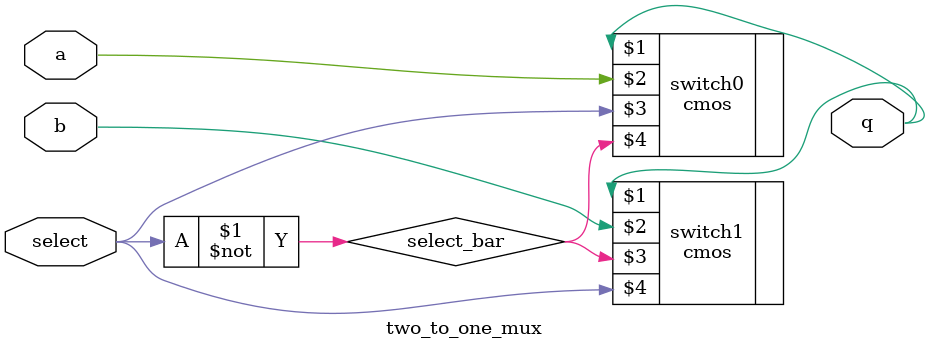
<source format=v>
`ifndef TWO_TO_ONE_MUX_V
`define TWO_TO_ONE_MUX_V

module two_to_one_mux (output q, input a, input b, input select);
    wire select_bar;

    not not0(select_bar, select);

    cmos switch0 (q, a, select, select_bar);
    cmos switch1 (q, b, select_bar, select);
endmodule

`endif // TWO_TO_ONE_MUX_V
</source>
